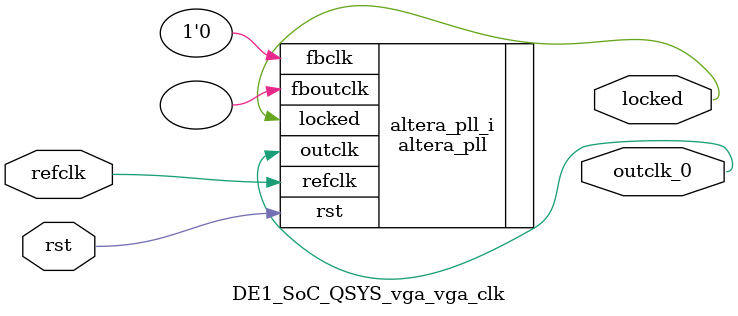
<source format=v>
`timescale 1ns/10ps
module  DE1_SoC_QSYS_vga_vga_clk(

	// interface 'refclk'
	input wire refclk,

	// interface 'reset'
	input wire rst,

	// interface 'outclk0'
	output wire outclk_0,

	// interface 'locked'
	output wire locked
);

	altera_pll #(
		.fractional_vco_multiplier("false"),
		.reference_clock_frequency("50.0 MHz"),
		.operation_mode("direct"),
		.number_of_clocks(1),
		.output_clock_frequency0("40.000000 MHz"),
		.phase_shift0("0 ps"),
		.duty_cycle0(50),
		.output_clock_frequency1("0 MHz"),
		.phase_shift1("0 ps"),
		.duty_cycle1(50),
		.output_clock_frequency2("0 MHz"),
		.phase_shift2("0 ps"),
		.duty_cycle2(50),
		.output_clock_frequency3("0 MHz"),
		.phase_shift3("0 ps"),
		.duty_cycle3(50),
		.output_clock_frequency4("0 MHz"),
		.phase_shift4("0 ps"),
		.duty_cycle4(50),
		.output_clock_frequency5("0 MHz"),
		.phase_shift5("0 ps"),
		.duty_cycle5(50),
		.output_clock_frequency6("0 MHz"),
		.phase_shift6("0 ps"),
		.duty_cycle6(50),
		.output_clock_frequency7("0 MHz"),
		.phase_shift7("0 ps"),
		.duty_cycle7(50),
		.output_clock_frequency8("0 MHz"),
		.phase_shift8("0 ps"),
		.duty_cycle8(50),
		.output_clock_frequency9("0 MHz"),
		.phase_shift9("0 ps"),
		.duty_cycle9(50),
		.output_clock_frequency10("0 MHz"),
		.phase_shift10("0 ps"),
		.duty_cycle10(50),
		.output_clock_frequency11("0 MHz"),
		.phase_shift11("0 ps"),
		.duty_cycle11(50),
		.output_clock_frequency12("0 MHz"),
		.phase_shift12("0 ps"),
		.duty_cycle12(50),
		.output_clock_frequency13("0 MHz"),
		.phase_shift13("0 ps"),
		.duty_cycle13(50),
		.output_clock_frequency14("0 MHz"),
		.phase_shift14("0 ps"),
		.duty_cycle14(50),
		.output_clock_frequency15("0 MHz"),
		.phase_shift15("0 ps"),
		.duty_cycle15(50),
		.output_clock_frequency16("0 MHz"),
		.phase_shift16("0 ps"),
		.duty_cycle16(50),
		.output_clock_frequency17("0 MHz"),
		.phase_shift17("0 ps"),
		.duty_cycle17(50),
		.pll_type("General"),
		.pll_subtype("General")
	) altera_pll_i (
		.rst	(rst),
		.outclk	({outclk_0}),
		.locked	(locked),
		.fboutclk	( ),
		.fbclk	(1'b0),
		.refclk	(refclk)
	);
endmodule


</source>
